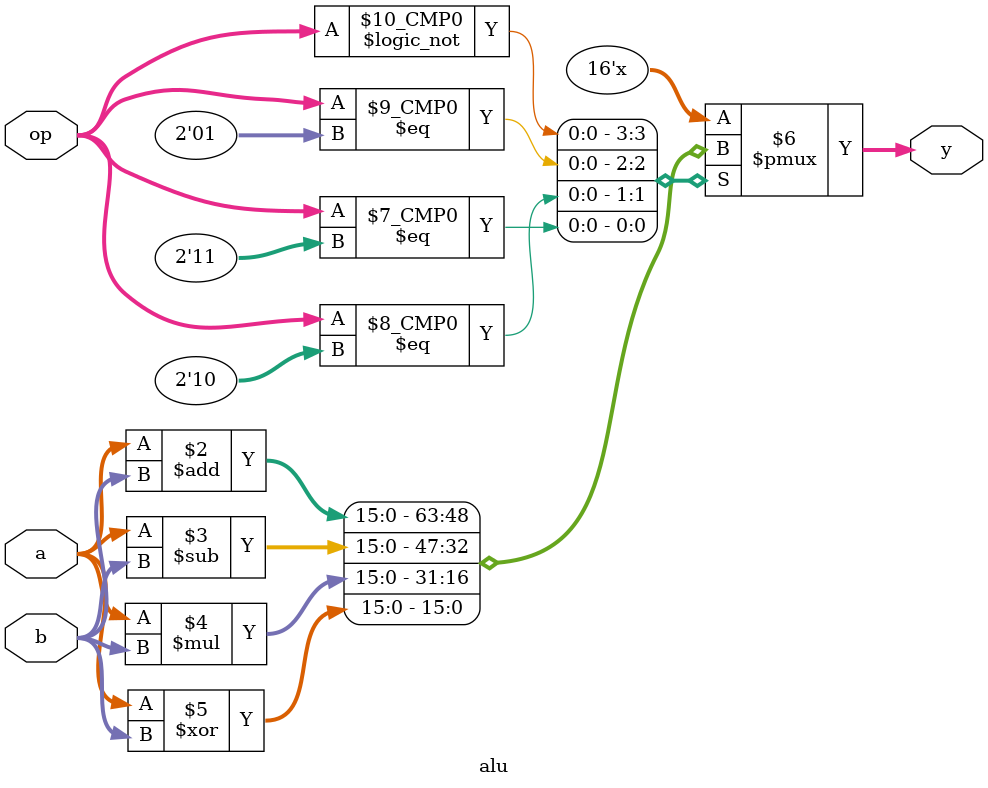
<source format=sv>

typedef enum logic [1:0] {ADD, SUB, MUL, XOR} opcode_t;

module alu (
  input  logic [7:0] a,
  input  logic [7:0] b,
  input  opcode_t    op,
  output logic [15:0] y
);

  always_comb begin
    case (op)
      ADD: y = a + b;
      SUB: y = a - b;
      MUL: y = a * b;
      XOR: y = a ^ b;
      default: y = 0;
    endcase
  end

endmodule

</source>
